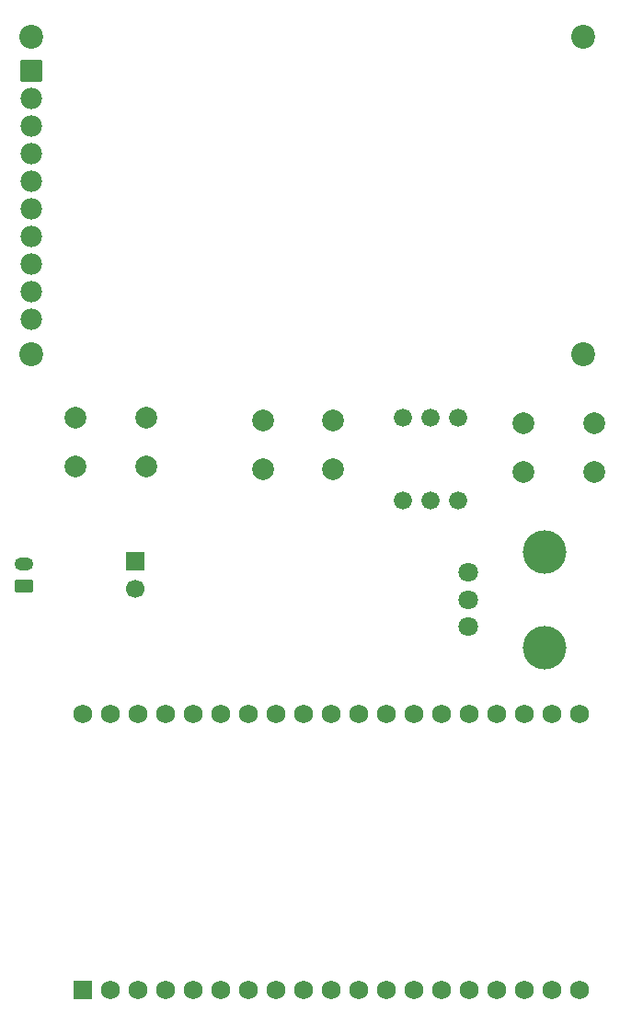
<source format=gbr>
%TF.GenerationSoftware,KiCad,Pcbnew,9.0.5*%
%TF.CreationDate,2025-11-15T09:05:35-08:00*%
%TF.ProjectId,Radio2,52616469-6f32-42e6-9b69-6361645f7063,rev?*%
%TF.SameCoordinates,Original*%
%TF.FileFunction,Soldermask,Bot*%
%TF.FilePolarity,Negative*%
%FSLAX46Y46*%
G04 Gerber Fmt 4.6, Leading zero omitted, Abs format (unit mm)*
G04 Created by KiCad (PCBNEW 9.0.5) date 2025-11-15 09:05:35*
%MOMM*%
%LPD*%
G01*
G04 APERTURE LIST*
G04 Aperture macros list*
%AMRoundRect*
0 Rectangle with rounded corners*
0 $1 Rounding radius*
0 $2 $3 $4 $5 $6 $7 $8 $9 X,Y pos of 4 corners*
0 Add a 4 corners polygon primitive as box body*
4,1,4,$2,$3,$4,$5,$6,$7,$8,$9,$2,$3,0*
0 Add four circle primitives for the rounded corners*
1,1,$1+$1,$2,$3*
1,1,$1+$1,$4,$5*
1,1,$1+$1,$6,$7*
1,1,$1+$1,$8,$9*
0 Add four rect primitives between the rounded corners*
20,1,$1+$1,$2,$3,$4,$5,0*
20,1,$1+$1,$4,$5,$6,$7,0*
20,1,$1+$1,$6,$7,$8,$9,0*
20,1,$1+$1,$8,$9,$2,$3,0*%
G04 Aperture macros list end*
%ADD10RoundRect,0.102000X0.765000X-0.765000X0.765000X0.765000X-0.765000X0.765000X-0.765000X-0.765000X0*%
%ADD11C,1.734000*%
%ADD12C,2.200000*%
%ADD13RoundRect,0.102000X-0.889000X-0.889000X0.889000X-0.889000X0.889000X0.889000X-0.889000X0.889000X0*%
%ADD14C,1.982000*%
%ADD15RoundRect,0.250000X0.625000X-0.350000X0.625000X0.350000X-0.625000X0.350000X-0.625000X-0.350000X0*%
%ADD16O,1.750000X1.200000*%
%ADD17C,2.000000*%
%ADD18C,4.000000*%
%ADD19C,1.800000*%
%ADD20R,1.700000X1.700000*%
%ADD21C,1.700000*%
%ADD22C,1.676000*%
G04 APERTURE END LIST*
D10*
%TO.C,U6*%
X119150000Y-142200000D03*
D11*
X121690000Y-142200000D03*
X124230000Y-142200000D03*
X126770000Y-142200000D03*
X129310000Y-142200000D03*
X131850000Y-142200000D03*
X134390000Y-142200000D03*
X136930000Y-142200000D03*
X139470000Y-142200000D03*
X142010000Y-142200000D03*
X144550000Y-142200000D03*
X147090000Y-142200000D03*
X149630000Y-142200000D03*
X152170000Y-142200000D03*
X154710000Y-142200000D03*
X157250000Y-142200000D03*
X159790000Y-142200000D03*
X162330000Y-142200000D03*
X164870000Y-142200000D03*
X164870000Y-116800000D03*
X162330000Y-116800000D03*
X159790000Y-116800000D03*
X157250000Y-116800000D03*
X154710000Y-116800000D03*
X152170000Y-116800000D03*
X149630000Y-116800000D03*
X147090000Y-116800000D03*
X144550000Y-116800000D03*
X142010000Y-116800000D03*
X139470000Y-116800000D03*
X136930000Y-116800000D03*
X134390000Y-116800000D03*
X131850000Y-116800000D03*
X129310000Y-116800000D03*
X126770000Y-116800000D03*
X124230000Y-116800000D03*
X121690000Y-116800000D03*
X119150000Y-116800000D03*
%TD*%
D12*
%TO.C,U5*%
X114420000Y-54430000D03*
X114420000Y-83640000D03*
X165220000Y-54430000D03*
X165220000Y-83640000D03*
D13*
X114420000Y-57605000D03*
D14*
X114420000Y-60145000D03*
X114420000Y-62685000D03*
X114420000Y-65225000D03*
X114420000Y-67765000D03*
X114420000Y-70305000D03*
X114420000Y-72845000D03*
X114420000Y-75385000D03*
X114420000Y-77925000D03*
X114420000Y-80465000D03*
%TD*%
D15*
%TO.C,BT1*%
X113800000Y-105000000D03*
D16*
X113800000Y-103000000D03*
%TD*%
D17*
%TO.C,SW3*%
X159750000Y-90000000D03*
X166250000Y-90000000D03*
X159750000Y-94500000D03*
X166250000Y-94500000D03*
%TD*%
D18*
%TO.C,RV1*%
X161700000Y-101850000D03*
X161700000Y-110650000D03*
D19*
X154700000Y-108750000D03*
X154700000Y-106250000D03*
X154700000Y-103750000D03*
%TD*%
D20*
%TO.C,LS1*%
X124000000Y-102710000D03*
D21*
X124000000Y-105250000D03*
%TD*%
D17*
%TO.C,SW1*%
X118500000Y-89500000D03*
X125000000Y-89500000D03*
X118500000Y-94000000D03*
X125000000Y-94000000D03*
%TD*%
D22*
%TO.C,MK2*%
X148670000Y-97120000D03*
X151210000Y-97120000D03*
X153750000Y-97120000D03*
X148670000Y-89500000D03*
X151210000Y-89500000D03*
X153750000Y-89500000D03*
%TD*%
D17*
%TO.C,SW2*%
X135750000Y-89750000D03*
X142250000Y-89750000D03*
X135750000Y-94250000D03*
X142250000Y-94250000D03*
%TD*%
M02*

</source>
